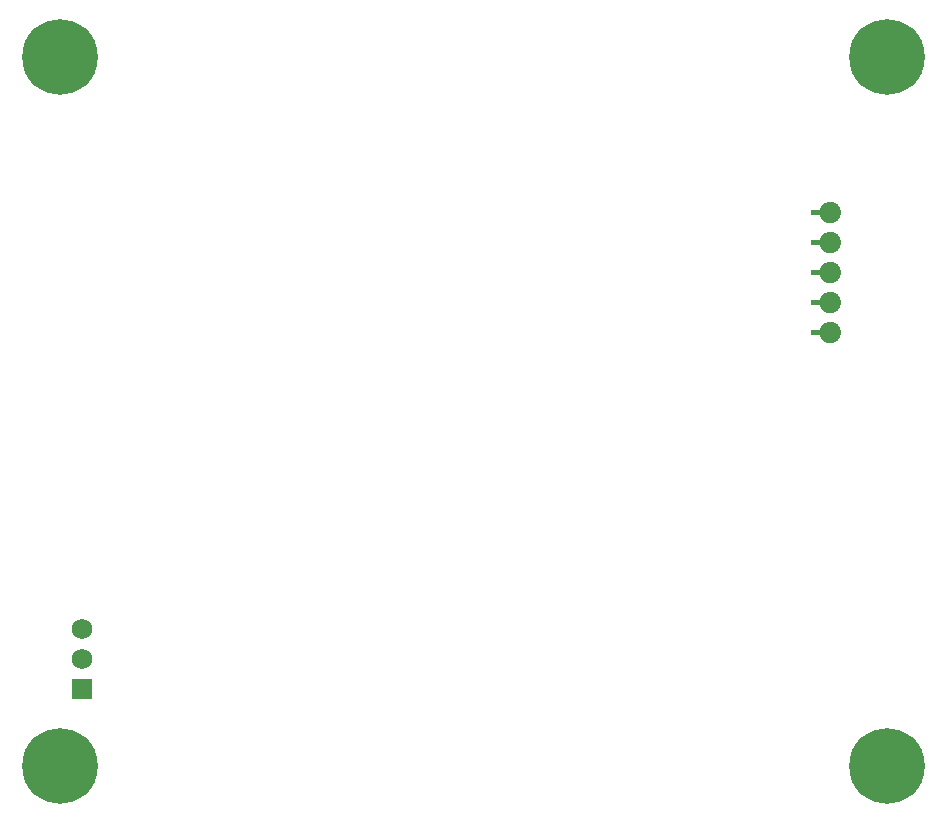
<source format=gbr>
%TF.GenerationSoftware,KiCad,Pcbnew,8.0.5*%
%TF.CreationDate,2024-10-11T16:07:05+03:00*%
%TF.ProjectId,test,74657374-2e6b-4696-9361-645f70636258,rev?*%
%TF.SameCoordinates,Original*%
%TF.FileFunction,Soldermask,Bot*%
%TF.FilePolarity,Negative*%
%FSLAX46Y46*%
G04 Gerber Fmt 4.6, Leading zero omitted, Abs format (unit mm)*
G04 Created by KiCad (PCBNEW 8.0.5) date 2024-10-11 16:07:05*
%MOMM*%
%LPD*%
G01*
G04 APERTURE LIST*
G04 Aperture macros list*
%AMRoundRect*
0 Rectangle with rounded corners*
0 $1 Rounding radius*
0 $2 $3 $4 $5 $6 $7 $8 $9 X,Y pos of 4 corners*
0 Add a 4 corners polygon primitive as box body*
4,1,4,$2,$3,$4,$5,$6,$7,$8,$9,$2,$3,0*
0 Add four circle primitives for the rounded corners*
1,1,$1+$1,$2,$3*
1,1,$1+$1,$4,$5*
1,1,$1+$1,$6,$7*
1,1,$1+$1,$8,$9*
0 Add four rect primitives between the rounded corners*
20,1,$1+$1,$2,$3,$4,$5,0*
20,1,$1+$1,$4,$5,$6,$7,0*
20,1,$1+$1,$6,$7,$8,$9,0*
20,1,$1+$1,$8,$9,$2,$3,0*%
G04 Aperture macros list end*
%ADD10C,0.010000*%
%ADD11C,0.800000*%
%ADD12C,6.400000*%
%ADD13C,1.734000*%
%ADD14RoundRect,0.102000X-0.765000X0.765000X-0.765000X-0.765000X0.765000X-0.765000X0.765000X0.765000X0*%
%ADD15C,1.724000*%
G04 APERTURE END LIST*
D10*
%TO.C,J10*%
X70232500Y-17277500D02*
X70321500Y-17291500D01*
X70408500Y-17314500D01*
X70492500Y-17346500D01*
X70572500Y-17387500D01*
X70647500Y-17436500D01*
X70717500Y-17493500D01*
X70781500Y-17557500D01*
X70838500Y-17627500D01*
X70887500Y-17702500D01*
X70928500Y-17782500D01*
X70960500Y-17866500D01*
X70983500Y-17953500D01*
X70997500Y-18042500D01*
X71002500Y-18132500D01*
X70997500Y-18222500D01*
X70983500Y-18311500D01*
X70960500Y-18398500D01*
X70928500Y-18482500D01*
X70887500Y-18562500D01*
X70838500Y-18637500D01*
X70781500Y-18707500D01*
X70717500Y-18771500D01*
X70647500Y-18828500D01*
X70572500Y-18877500D01*
X70492500Y-18918500D01*
X70408500Y-18950500D01*
X70321500Y-18973500D01*
X70232500Y-18987500D01*
X70142500Y-18992500D01*
X70104500Y-18991500D01*
X70065500Y-18988500D01*
X70026500Y-18984500D01*
X69987500Y-18978500D01*
X69948500Y-18969500D01*
X69910500Y-18960500D01*
X69873500Y-18948500D01*
X69835500Y-18935500D01*
X69799500Y-18920500D01*
X69763500Y-18903500D01*
X69729500Y-18885500D01*
X69694500Y-18865500D01*
X69661500Y-18844500D01*
X69629500Y-18821500D01*
X69598500Y-18796500D01*
X69569500Y-18771500D01*
X69540500Y-18743500D01*
X69513500Y-18715500D01*
X69487500Y-18685500D01*
X69462500Y-18655500D01*
X69439500Y-18623500D01*
X69417500Y-18590500D01*
X69397500Y-18556500D01*
X69379500Y-18521500D01*
X69362500Y-18486500D01*
X69346500Y-18450500D01*
X69333500Y-18413500D01*
X69321500Y-18375500D01*
X69311500Y-18337500D01*
X69302500Y-18297500D01*
X68512500Y-18297500D01*
X68512500Y-17967500D01*
X69302500Y-17967500D01*
X69311500Y-17927500D01*
X69321500Y-17889500D01*
X69333500Y-17851500D01*
X69346500Y-17814500D01*
X69362500Y-17778500D01*
X69379500Y-17743500D01*
X69397500Y-17708500D01*
X69417500Y-17674500D01*
X69439500Y-17641500D01*
X69462500Y-17609500D01*
X69487500Y-17579500D01*
X69513500Y-17549500D01*
X69540500Y-17521500D01*
X69569500Y-17493500D01*
X69598500Y-17468500D01*
X69629500Y-17443500D01*
X69661500Y-17420500D01*
X69694500Y-17399500D01*
X69729500Y-17379500D01*
X69763500Y-17361500D01*
X69799500Y-17344500D01*
X69835500Y-17329500D01*
X69873500Y-17316500D01*
X69910500Y-17304500D01*
X69948500Y-17295500D01*
X69987500Y-17286500D01*
X70026500Y-17280500D01*
X70065500Y-17276500D01*
X70104500Y-17273500D01*
X70142500Y-17272500D01*
X70232500Y-17277500D01*
G36*
X70232500Y-17277500D02*
G01*
X70321500Y-17291500D01*
X70408500Y-17314500D01*
X70492500Y-17346500D01*
X70572500Y-17387500D01*
X70647500Y-17436500D01*
X70717500Y-17493500D01*
X70781500Y-17557500D01*
X70838500Y-17627500D01*
X70887500Y-17702500D01*
X70928500Y-17782500D01*
X70960500Y-17866500D01*
X70983500Y-17953500D01*
X70997500Y-18042500D01*
X71002500Y-18132500D01*
X70997500Y-18222500D01*
X70983500Y-18311500D01*
X70960500Y-18398500D01*
X70928500Y-18482500D01*
X70887500Y-18562500D01*
X70838500Y-18637500D01*
X70781500Y-18707500D01*
X70717500Y-18771500D01*
X70647500Y-18828500D01*
X70572500Y-18877500D01*
X70492500Y-18918500D01*
X70408500Y-18950500D01*
X70321500Y-18973500D01*
X70232500Y-18987500D01*
X70142500Y-18992500D01*
X70104500Y-18991500D01*
X70065500Y-18988500D01*
X70026500Y-18984500D01*
X69987500Y-18978500D01*
X69948500Y-18969500D01*
X69910500Y-18960500D01*
X69873500Y-18948500D01*
X69835500Y-18935500D01*
X69799500Y-18920500D01*
X69763500Y-18903500D01*
X69729500Y-18885500D01*
X69694500Y-18865500D01*
X69661500Y-18844500D01*
X69629500Y-18821500D01*
X69598500Y-18796500D01*
X69569500Y-18771500D01*
X69540500Y-18743500D01*
X69513500Y-18715500D01*
X69487500Y-18685500D01*
X69462500Y-18655500D01*
X69439500Y-18623500D01*
X69417500Y-18590500D01*
X69397500Y-18556500D01*
X69379500Y-18521500D01*
X69362500Y-18486500D01*
X69346500Y-18450500D01*
X69333500Y-18413500D01*
X69321500Y-18375500D01*
X69311500Y-18337500D01*
X69302500Y-18297500D01*
X68512500Y-18297500D01*
X68512500Y-17967500D01*
X69302500Y-17967500D01*
X69311500Y-17927500D01*
X69321500Y-17889500D01*
X69333500Y-17851500D01*
X69346500Y-17814500D01*
X69362500Y-17778500D01*
X69379500Y-17743500D01*
X69397500Y-17708500D01*
X69417500Y-17674500D01*
X69439500Y-17641500D01*
X69462500Y-17609500D01*
X69487500Y-17579500D01*
X69513500Y-17549500D01*
X69540500Y-17521500D01*
X69569500Y-17493500D01*
X69598500Y-17468500D01*
X69629500Y-17443500D01*
X69661500Y-17420500D01*
X69694500Y-17399500D01*
X69729500Y-17379500D01*
X69763500Y-17361500D01*
X69799500Y-17344500D01*
X69835500Y-17329500D01*
X69873500Y-17316500D01*
X69910500Y-17304500D01*
X69948500Y-17295500D01*
X69987500Y-17286500D01*
X70026500Y-17280500D01*
X70065500Y-17276500D01*
X70104500Y-17273500D01*
X70142500Y-17272500D01*
X70232500Y-17277500D01*
G37*
X70232500Y-19817500D02*
X70321500Y-19831500D01*
X70408500Y-19854500D01*
X70492500Y-19886500D01*
X70572500Y-19927500D01*
X70647500Y-19976500D01*
X70717500Y-20033500D01*
X70781500Y-20097500D01*
X70838500Y-20167500D01*
X70887500Y-20242500D01*
X70928500Y-20322500D01*
X70960500Y-20406500D01*
X70983500Y-20493500D01*
X70997500Y-20582500D01*
X71002500Y-20672500D01*
X70997500Y-20762500D01*
X70983500Y-20851500D01*
X70960500Y-20938500D01*
X70928500Y-21022500D01*
X70887500Y-21102500D01*
X70838500Y-21177500D01*
X70781500Y-21247500D01*
X70717500Y-21311500D01*
X70647500Y-21368500D01*
X70572500Y-21417500D01*
X70492500Y-21458500D01*
X70408500Y-21490500D01*
X70321500Y-21513500D01*
X70232500Y-21527500D01*
X70142500Y-21532500D01*
X70104500Y-21531500D01*
X70065500Y-21528500D01*
X70026500Y-21524500D01*
X69987500Y-21518500D01*
X69948500Y-21509500D01*
X69910500Y-21500500D01*
X69873500Y-21488500D01*
X69835500Y-21475500D01*
X69799500Y-21460500D01*
X69763500Y-21443500D01*
X69729500Y-21425500D01*
X69694500Y-21405500D01*
X69661500Y-21384500D01*
X69629500Y-21361500D01*
X69598500Y-21336500D01*
X69569500Y-21311500D01*
X69540500Y-21283500D01*
X69513500Y-21255500D01*
X69487500Y-21225500D01*
X69462500Y-21195500D01*
X69439500Y-21163500D01*
X69417500Y-21130500D01*
X69397500Y-21096500D01*
X69379500Y-21061500D01*
X69362500Y-21026500D01*
X69346500Y-20990500D01*
X69333500Y-20953500D01*
X69321500Y-20915500D01*
X69311500Y-20877500D01*
X69302500Y-20837500D01*
X68512500Y-20837500D01*
X68512500Y-20507500D01*
X69302500Y-20507500D01*
X69311500Y-20467500D01*
X69321500Y-20429500D01*
X69333500Y-20391500D01*
X69346500Y-20354500D01*
X69362500Y-20318500D01*
X69379500Y-20283500D01*
X69397500Y-20248500D01*
X69417500Y-20214500D01*
X69439500Y-20181500D01*
X69462500Y-20149500D01*
X69487500Y-20119500D01*
X69513500Y-20089500D01*
X69540500Y-20061500D01*
X69569500Y-20033500D01*
X69598500Y-20008500D01*
X69629500Y-19983500D01*
X69661500Y-19960500D01*
X69694500Y-19939500D01*
X69729500Y-19919500D01*
X69763500Y-19901500D01*
X69799500Y-19884500D01*
X69835500Y-19869500D01*
X69873500Y-19856500D01*
X69910500Y-19844500D01*
X69948500Y-19835500D01*
X69987500Y-19826500D01*
X70026500Y-19820500D01*
X70065500Y-19816500D01*
X70104500Y-19813500D01*
X70142500Y-19812500D01*
X70232500Y-19817500D01*
G36*
X70232500Y-19817500D02*
G01*
X70321500Y-19831500D01*
X70408500Y-19854500D01*
X70492500Y-19886500D01*
X70572500Y-19927500D01*
X70647500Y-19976500D01*
X70717500Y-20033500D01*
X70781500Y-20097500D01*
X70838500Y-20167500D01*
X70887500Y-20242500D01*
X70928500Y-20322500D01*
X70960500Y-20406500D01*
X70983500Y-20493500D01*
X70997500Y-20582500D01*
X71002500Y-20672500D01*
X70997500Y-20762500D01*
X70983500Y-20851500D01*
X70960500Y-20938500D01*
X70928500Y-21022500D01*
X70887500Y-21102500D01*
X70838500Y-21177500D01*
X70781500Y-21247500D01*
X70717500Y-21311500D01*
X70647500Y-21368500D01*
X70572500Y-21417500D01*
X70492500Y-21458500D01*
X70408500Y-21490500D01*
X70321500Y-21513500D01*
X70232500Y-21527500D01*
X70142500Y-21532500D01*
X70104500Y-21531500D01*
X70065500Y-21528500D01*
X70026500Y-21524500D01*
X69987500Y-21518500D01*
X69948500Y-21509500D01*
X69910500Y-21500500D01*
X69873500Y-21488500D01*
X69835500Y-21475500D01*
X69799500Y-21460500D01*
X69763500Y-21443500D01*
X69729500Y-21425500D01*
X69694500Y-21405500D01*
X69661500Y-21384500D01*
X69629500Y-21361500D01*
X69598500Y-21336500D01*
X69569500Y-21311500D01*
X69540500Y-21283500D01*
X69513500Y-21255500D01*
X69487500Y-21225500D01*
X69462500Y-21195500D01*
X69439500Y-21163500D01*
X69417500Y-21130500D01*
X69397500Y-21096500D01*
X69379500Y-21061500D01*
X69362500Y-21026500D01*
X69346500Y-20990500D01*
X69333500Y-20953500D01*
X69321500Y-20915500D01*
X69311500Y-20877500D01*
X69302500Y-20837500D01*
X68512500Y-20837500D01*
X68512500Y-20507500D01*
X69302500Y-20507500D01*
X69311500Y-20467500D01*
X69321500Y-20429500D01*
X69333500Y-20391500D01*
X69346500Y-20354500D01*
X69362500Y-20318500D01*
X69379500Y-20283500D01*
X69397500Y-20248500D01*
X69417500Y-20214500D01*
X69439500Y-20181500D01*
X69462500Y-20149500D01*
X69487500Y-20119500D01*
X69513500Y-20089500D01*
X69540500Y-20061500D01*
X69569500Y-20033500D01*
X69598500Y-20008500D01*
X69629500Y-19983500D01*
X69661500Y-19960500D01*
X69694500Y-19939500D01*
X69729500Y-19919500D01*
X69763500Y-19901500D01*
X69799500Y-19884500D01*
X69835500Y-19869500D01*
X69873500Y-19856500D01*
X69910500Y-19844500D01*
X69948500Y-19835500D01*
X69987500Y-19826500D01*
X70026500Y-19820500D01*
X70065500Y-19816500D01*
X70104500Y-19813500D01*
X70142500Y-19812500D01*
X70232500Y-19817500D01*
G37*
X70232500Y-22357500D02*
X70321500Y-22371500D01*
X70408500Y-22394500D01*
X70492500Y-22426500D01*
X70572500Y-22467500D01*
X70647500Y-22516500D01*
X70717500Y-22573500D01*
X70781500Y-22637500D01*
X70838500Y-22707500D01*
X70887500Y-22782500D01*
X70928500Y-22862500D01*
X70960500Y-22946500D01*
X70983500Y-23033500D01*
X70997500Y-23122500D01*
X71002500Y-23212500D01*
X70997500Y-23302500D01*
X70983500Y-23391500D01*
X70960500Y-23478500D01*
X70928500Y-23562500D01*
X70887500Y-23642500D01*
X70838500Y-23717500D01*
X70781500Y-23787500D01*
X70717500Y-23851500D01*
X70647500Y-23908500D01*
X70572500Y-23957500D01*
X70492500Y-23998500D01*
X70408500Y-24030500D01*
X70321500Y-24053500D01*
X70232500Y-24067500D01*
X70142500Y-24072500D01*
X70104500Y-24071500D01*
X70065500Y-24068500D01*
X70026500Y-24064500D01*
X69987500Y-24058500D01*
X69948500Y-24049500D01*
X69910500Y-24040500D01*
X69873500Y-24028500D01*
X69835500Y-24015500D01*
X69799500Y-24000500D01*
X69763500Y-23983500D01*
X69729500Y-23965500D01*
X69694500Y-23945500D01*
X69661500Y-23924500D01*
X69629500Y-23901500D01*
X69598500Y-23876500D01*
X69569500Y-23851500D01*
X69540500Y-23823500D01*
X69513500Y-23795500D01*
X69487500Y-23765500D01*
X69462500Y-23735500D01*
X69439500Y-23703500D01*
X69417500Y-23670500D01*
X69397500Y-23636500D01*
X69379500Y-23601500D01*
X69362500Y-23566500D01*
X69346500Y-23530500D01*
X69333500Y-23493500D01*
X69321500Y-23455500D01*
X69311500Y-23417500D01*
X69302500Y-23377500D01*
X68512500Y-23377500D01*
X68512500Y-23047500D01*
X69302500Y-23047500D01*
X69311500Y-23007500D01*
X69321500Y-22969500D01*
X69333500Y-22931500D01*
X69346500Y-22894500D01*
X69362500Y-22858500D01*
X69379500Y-22823500D01*
X69397500Y-22788500D01*
X69417500Y-22754500D01*
X69439500Y-22721500D01*
X69462500Y-22689500D01*
X69487500Y-22659500D01*
X69513500Y-22629500D01*
X69540500Y-22601500D01*
X69569500Y-22573500D01*
X69598500Y-22548500D01*
X69629500Y-22523500D01*
X69661500Y-22500500D01*
X69694500Y-22479500D01*
X69729500Y-22459500D01*
X69763500Y-22441500D01*
X69799500Y-22424500D01*
X69835500Y-22409500D01*
X69873500Y-22396500D01*
X69910500Y-22384500D01*
X69948500Y-22375500D01*
X69987500Y-22366500D01*
X70026500Y-22360500D01*
X70065500Y-22356500D01*
X70104500Y-22353500D01*
X70142500Y-22352500D01*
X70232500Y-22357500D01*
G36*
X70232500Y-22357500D02*
G01*
X70321500Y-22371500D01*
X70408500Y-22394500D01*
X70492500Y-22426500D01*
X70572500Y-22467500D01*
X70647500Y-22516500D01*
X70717500Y-22573500D01*
X70781500Y-22637500D01*
X70838500Y-22707500D01*
X70887500Y-22782500D01*
X70928500Y-22862500D01*
X70960500Y-22946500D01*
X70983500Y-23033500D01*
X70997500Y-23122500D01*
X71002500Y-23212500D01*
X70997500Y-23302500D01*
X70983500Y-23391500D01*
X70960500Y-23478500D01*
X70928500Y-23562500D01*
X70887500Y-23642500D01*
X70838500Y-23717500D01*
X70781500Y-23787500D01*
X70717500Y-23851500D01*
X70647500Y-23908500D01*
X70572500Y-23957500D01*
X70492500Y-23998500D01*
X70408500Y-24030500D01*
X70321500Y-24053500D01*
X70232500Y-24067500D01*
X70142500Y-24072500D01*
X70104500Y-24071500D01*
X70065500Y-24068500D01*
X70026500Y-24064500D01*
X69987500Y-24058500D01*
X69948500Y-24049500D01*
X69910500Y-24040500D01*
X69873500Y-24028500D01*
X69835500Y-24015500D01*
X69799500Y-24000500D01*
X69763500Y-23983500D01*
X69729500Y-23965500D01*
X69694500Y-23945500D01*
X69661500Y-23924500D01*
X69629500Y-23901500D01*
X69598500Y-23876500D01*
X69569500Y-23851500D01*
X69540500Y-23823500D01*
X69513500Y-23795500D01*
X69487500Y-23765500D01*
X69462500Y-23735500D01*
X69439500Y-23703500D01*
X69417500Y-23670500D01*
X69397500Y-23636500D01*
X69379500Y-23601500D01*
X69362500Y-23566500D01*
X69346500Y-23530500D01*
X69333500Y-23493500D01*
X69321500Y-23455500D01*
X69311500Y-23417500D01*
X69302500Y-23377500D01*
X68512500Y-23377500D01*
X68512500Y-23047500D01*
X69302500Y-23047500D01*
X69311500Y-23007500D01*
X69321500Y-22969500D01*
X69333500Y-22931500D01*
X69346500Y-22894500D01*
X69362500Y-22858500D01*
X69379500Y-22823500D01*
X69397500Y-22788500D01*
X69417500Y-22754500D01*
X69439500Y-22721500D01*
X69462500Y-22689500D01*
X69487500Y-22659500D01*
X69513500Y-22629500D01*
X69540500Y-22601500D01*
X69569500Y-22573500D01*
X69598500Y-22548500D01*
X69629500Y-22523500D01*
X69661500Y-22500500D01*
X69694500Y-22479500D01*
X69729500Y-22459500D01*
X69763500Y-22441500D01*
X69799500Y-22424500D01*
X69835500Y-22409500D01*
X69873500Y-22396500D01*
X69910500Y-22384500D01*
X69948500Y-22375500D01*
X69987500Y-22366500D01*
X70026500Y-22360500D01*
X70065500Y-22356500D01*
X70104500Y-22353500D01*
X70142500Y-22352500D01*
X70232500Y-22357500D01*
G37*
X70232500Y-24897500D02*
X70321500Y-24911500D01*
X70408500Y-24934500D01*
X70492500Y-24966500D01*
X70572500Y-25007500D01*
X70647500Y-25056500D01*
X70717500Y-25113500D01*
X70781500Y-25177500D01*
X70838500Y-25247500D01*
X70887500Y-25322500D01*
X70928500Y-25402500D01*
X70960500Y-25486500D01*
X70983500Y-25573500D01*
X70997500Y-25662500D01*
X71002500Y-25752500D01*
X70997500Y-25842500D01*
X70983500Y-25931500D01*
X70960500Y-26018500D01*
X70928500Y-26102500D01*
X70887500Y-26182500D01*
X70838500Y-26257500D01*
X70781500Y-26327500D01*
X70717500Y-26391500D01*
X70647500Y-26448500D01*
X70572500Y-26497500D01*
X70492500Y-26538500D01*
X70408500Y-26570500D01*
X70321500Y-26593500D01*
X70232500Y-26607500D01*
X70142500Y-26612500D01*
X70104500Y-26611500D01*
X70065500Y-26608500D01*
X70026500Y-26604500D01*
X69987500Y-26598500D01*
X69948500Y-26589500D01*
X69910500Y-26580500D01*
X69873500Y-26568500D01*
X69835500Y-26555500D01*
X69799500Y-26540500D01*
X69763500Y-26523500D01*
X69729500Y-26505500D01*
X69694500Y-26485500D01*
X69661500Y-26464500D01*
X69629500Y-26441500D01*
X69598500Y-26416500D01*
X69569500Y-26391500D01*
X69540500Y-26363500D01*
X69513500Y-26335500D01*
X69487500Y-26305500D01*
X69462500Y-26275500D01*
X69439500Y-26243500D01*
X69417500Y-26210500D01*
X69397500Y-26176500D01*
X69379500Y-26141500D01*
X69362500Y-26106500D01*
X69346500Y-26070500D01*
X69333500Y-26033500D01*
X69321500Y-25995500D01*
X69311500Y-25957500D01*
X69302500Y-25917500D01*
X68512500Y-25917500D01*
X68512500Y-25587500D01*
X69302500Y-25587500D01*
X69311500Y-25547500D01*
X69321500Y-25509500D01*
X69333500Y-25471500D01*
X69346500Y-25434500D01*
X69362500Y-25398500D01*
X69379500Y-25363500D01*
X69397500Y-25328500D01*
X69417500Y-25294500D01*
X69439500Y-25261500D01*
X69462500Y-25229500D01*
X69487500Y-25199500D01*
X69513500Y-25169500D01*
X69540500Y-25141500D01*
X69569500Y-25113500D01*
X69598500Y-25088500D01*
X69629500Y-25063500D01*
X69661500Y-25040500D01*
X69694500Y-25019500D01*
X69729500Y-24999500D01*
X69763500Y-24981500D01*
X69799500Y-24964500D01*
X69835500Y-24949500D01*
X69873500Y-24936500D01*
X69910500Y-24924500D01*
X69948500Y-24915500D01*
X69987500Y-24906500D01*
X70026500Y-24900500D01*
X70065500Y-24896500D01*
X70104500Y-24893500D01*
X70142500Y-24892500D01*
X70232500Y-24897500D01*
G36*
X70232500Y-24897500D02*
G01*
X70321500Y-24911500D01*
X70408500Y-24934500D01*
X70492500Y-24966500D01*
X70572500Y-25007500D01*
X70647500Y-25056500D01*
X70717500Y-25113500D01*
X70781500Y-25177500D01*
X70838500Y-25247500D01*
X70887500Y-25322500D01*
X70928500Y-25402500D01*
X70960500Y-25486500D01*
X70983500Y-25573500D01*
X70997500Y-25662500D01*
X71002500Y-25752500D01*
X70997500Y-25842500D01*
X70983500Y-25931500D01*
X70960500Y-26018500D01*
X70928500Y-26102500D01*
X70887500Y-26182500D01*
X70838500Y-26257500D01*
X70781500Y-26327500D01*
X70717500Y-26391500D01*
X70647500Y-26448500D01*
X70572500Y-26497500D01*
X70492500Y-26538500D01*
X70408500Y-26570500D01*
X70321500Y-26593500D01*
X70232500Y-26607500D01*
X70142500Y-26612500D01*
X70104500Y-26611500D01*
X70065500Y-26608500D01*
X70026500Y-26604500D01*
X69987500Y-26598500D01*
X69948500Y-26589500D01*
X69910500Y-26580500D01*
X69873500Y-26568500D01*
X69835500Y-26555500D01*
X69799500Y-26540500D01*
X69763500Y-26523500D01*
X69729500Y-26505500D01*
X69694500Y-26485500D01*
X69661500Y-26464500D01*
X69629500Y-26441500D01*
X69598500Y-26416500D01*
X69569500Y-26391500D01*
X69540500Y-26363500D01*
X69513500Y-26335500D01*
X69487500Y-26305500D01*
X69462500Y-26275500D01*
X69439500Y-26243500D01*
X69417500Y-26210500D01*
X69397500Y-26176500D01*
X69379500Y-26141500D01*
X69362500Y-26106500D01*
X69346500Y-26070500D01*
X69333500Y-26033500D01*
X69321500Y-25995500D01*
X69311500Y-25957500D01*
X69302500Y-25917500D01*
X68512500Y-25917500D01*
X68512500Y-25587500D01*
X69302500Y-25587500D01*
X69311500Y-25547500D01*
X69321500Y-25509500D01*
X69333500Y-25471500D01*
X69346500Y-25434500D01*
X69362500Y-25398500D01*
X69379500Y-25363500D01*
X69397500Y-25328500D01*
X69417500Y-25294500D01*
X69439500Y-25261500D01*
X69462500Y-25229500D01*
X69487500Y-25199500D01*
X69513500Y-25169500D01*
X69540500Y-25141500D01*
X69569500Y-25113500D01*
X69598500Y-25088500D01*
X69629500Y-25063500D01*
X69661500Y-25040500D01*
X69694500Y-25019500D01*
X69729500Y-24999500D01*
X69763500Y-24981500D01*
X69799500Y-24964500D01*
X69835500Y-24949500D01*
X69873500Y-24936500D01*
X69910500Y-24924500D01*
X69948500Y-24915500D01*
X69987500Y-24906500D01*
X70026500Y-24900500D01*
X70065500Y-24896500D01*
X70104500Y-24893500D01*
X70142500Y-24892500D01*
X70232500Y-24897500D01*
G37*
X70232500Y-27437500D02*
X70321500Y-27451500D01*
X70408500Y-27474500D01*
X70492500Y-27506500D01*
X70572500Y-27547500D01*
X70647500Y-27596500D01*
X70717500Y-27653500D01*
X70781500Y-27717500D01*
X70838500Y-27787500D01*
X70887500Y-27862500D01*
X70928500Y-27942500D01*
X70960500Y-28026500D01*
X70983500Y-28113500D01*
X70997500Y-28202500D01*
X71002500Y-28292500D01*
X70997500Y-28382500D01*
X70983500Y-28471500D01*
X70960500Y-28558500D01*
X70928500Y-28642500D01*
X70887500Y-28722500D01*
X70838500Y-28797500D01*
X70781500Y-28867500D01*
X70717500Y-28931500D01*
X70647500Y-28988500D01*
X70572500Y-29037500D01*
X70492500Y-29078500D01*
X70408500Y-29110500D01*
X70321500Y-29133500D01*
X70232500Y-29147500D01*
X70142500Y-29152500D01*
X70104500Y-29151500D01*
X70065500Y-29148500D01*
X70026500Y-29144500D01*
X69987500Y-29138500D01*
X69948500Y-29129500D01*
X69910500Y-29120500D01*
X69873500Y-29108500D01*
X69835500Y-29095500D01*
X69799500Y-29080500D01*
X69763500Y-29063500D01*
X69729500Y-29045500D01*
X69694500Y-29025500D01*
X69661500Y-29004500D01*
X69629500Y-28981500D01*
X69598500Y-28956500D01*
X69569500Y-28931500D01*
X69540500Y-28903500D01*
X69513500Y-28875500D01*
X69487500Y-28845500D01*
X69462500Y-28815500D01*
X69439500Y-28783500D01*
X69417500Y-28750500D01*
X69397500Y-28716500D01*
X69379500Y-28681500D01*
X69362500Y-28646500D01*
X69346500Y-28610500D01*
X69333500Y-28573500D01*
X69321500Y-28535500D01*
X69311500Y-28497500D01*
X69302500Y-28457500D01*
X68512500Y-28457500D01*
X68512500Y-28127500D01*
X69302500Y-28127500D01*
X69311500Y-28087500D01*
X69321500Y-28049500D01*
X69333500Y-28011500D01*
X69346500Y-27974500D01*
X69362500Y-27938500D01*
X69379500Y-27903500D01*
X69397500Y-27868500D01*
X69417500Y-27834500D01*
X69439500Y-27801500D01*
X69462500Y-27769500D01*
X69487500Y-27739500D01*
X69513500Y-27709500D01*
X69540500Y-27681500D01*
X69569500Y-27653500D01*
X69598500Y-27628500D01*
X69629500Y-27603500D01*
X69661500Y-27580500D01*
X69694500Y-27559500D01*
X69729500Y-27539500D01*
X69763500Y-27521500D01*
X69799500Y-27504500D01*
X69835500Y-27489500D01*
X69873500Y-27476500D01*
X69910500Y-27464500D01*
X69948500Y-27455500D01*
X69987500Y-27446500D01*
X70026500Y-27440500D01*
X70065500Y-27436500D01*
X70104500Y-27433500D01*
X70142500Y-27432500D01*
X70232500Y-27437500D01*
G36*
X70232500Y-27437500D02*
G01*
X70321500Y-27451500D01*
X70408500Y-27474500D01*
X70492500Y-27506500D01*
X70572500Y-27547500D01*
X70647500Y-27596500D01*
X70717500Y-27653500D01*
X70781500Y-27717500D01*
X70838500Y-27787500D01*
X70887500Y-27862500D01*
X70928500Y-27942500D01*
X70960500Y-28026500D01*
X70983500Y-28113500D01*
X70997500Y-28202500D01*
X71002500Y-28292500D01*
X70997500Y-28382500D01*
X70983500Y-28471500D01*
X70960500Y-28558500D01*
X70928500Y-28642500D01*
X70887500Y-28722500D01*
X70838500Y-28797500D01*
X70781500Y-28867500D01*
X70717500Y-28931500D01*
X70647500Y-28988500D01*
X70572500Y-29037500D01*
X70492500Y-29078500D01*
X70408500Y-29110500D01*
X70321500Y-29133500D01*
X70232500Y-29147500D01*
X70142500Y-29152500D01*
X70104500Y-29151500D01*
X70065500Y-29148500D01*
X70026500Y-29144500D01*
X69987500Y-29138500D01*
X69948500Y-29129500D01*
X69910500Y-29120500D01*
X69873500Y-29108500D01*
X69835500Y-29095500D01*
X69799500Y-29080500D01*
X69763500Y-29063500D01*
X69729500Y-29045500D01*
X69694500Y-29025500D01*
X69661500Y-29004500D01*
X69629500Y-28981500D01*
X69598500Y-28956500D01*
X69569500Y-28931500D01*
X69540500Y-28903500D01*
X69513500Y-28875500D01*
X69487500Y-28845500D01*
X69462500Y-28815500D01*
X69439500Y-28783500D01*
X69417500Y-28750500D01*
X69397500Y-28716500D01*
X69379500Y-28681500D01*
X69362500Y-28646500D01*
X69346500Y-28610500D01*
X69333500Y-28573500D01*
X69321500Y-28535500D01*
X69311500Y-28497500D01*
X69302500Y-28457500D01*
X68512500Y-28457500D01*
X68512500Y-28127500D01*
X69302500Y-28127500D01*
X69311500Y-28087500D01*
X69321500Y-28049500D01*
X69333500Y-28011500D01*
X69346500Y-27974500D01*
X69362500Y-27938500D01*
X69379500Y-27903500D01*
X69397500Y-27868500D01*
X69417500Y-27834500D01*
X69439500Y-27801500D01*
X69462500Y-27769500D01*
X69487500Y-27739500D01*
X69513500Y-27709500D01*
X69540500Y-27681500D01*
X69569500Y-27653500D01*
X69598500Y-27628500D01*
X69629500Y-27603500D01*
X69661500Y-27580500D01*
X69694500Y-27559500D01*
X69729500Y-27539500D01*
X69763500Y-27521500D01*
X69799500Y-27504500D01*
X69835500Y-27489500D01*
X69873500Y-27476500D01*
X69910500Y-27464500D01*
X69948500Y-27455500D01*
X69987500Y-27446500D01*
X70026500Y-27440500D01*
X70065500Y-27436500D01*
X70104500Y-27433500D01*
X70142500Y-27432500D01*
X70232500Y-27437500D01*
G37*
%TD*%
D11*
%TO.C,J14*%
X72600000Y-65000000D03*
X73302944Y-63302944D03*
X73302944Y-66697056D03*
X75000000Y-62600000D03*
D12*
X75000000Y-65000000D03*
D11*
X75000000Y-67400000D03*
X76697056Y-63302944D03*
X76697056Y-66697056D03*
X77400000Y-65000000D03*
%TD*%
%TO.C,J13*%
X72600000Y-5000000D03*
X73302944Y-3302944D03*
X73302944Y-6697056D03*
X75000000Y-2600000D03*
D12*
X75000000Y-5000000D03*
D11*
X75000000Y-7400000D03*
X76697056Y-3302944D03*
X76697056Y-6697056D03*
X77400000Y-5000000D03*
%TD*%
%TO.C,J12*%
X2600000Y-65000000D03*
X3302944Y-63302944D03*
X3302944Y-66697056D03*
X5000000Y-62600000D03*
D12*
X5000000Y-65000000D03*
D11*
X5000000Y-67400000D03*
X6697056Y-63302944D03*
X6697056Y-66697056D03*
X7400000Y-65000000D03*
%TD*%
%TO.C,J11*%
X2600000Y-5000000D03*
X3302944Y-3302944D03*
X3302944Y-6697056D03*
X5000000Y-2600000D03*
D12*
X5000000Y-5000000D03*
D11*
X5000000Y-7400000D03*
X6697056Y-3302944D03*
X6697056Y-6697056D03*
X7400000Y-5000000D03*
%TD*%
D13*
%TO.C,J9*%
X6800000Y-53460000D03*
X6800000Y-56000000D03*
D14*
X6800000Y-58540000D03*
%TD*%
D15*
%TO.C,J10*%
X70142500Y-18132500D03*
X70142500Y-20672500D03*
X70142500Y-23212500D03*
X70142500Y-25752500D03*
X70142500Y-28292500D03*
%TD*%
M02*

</source>
